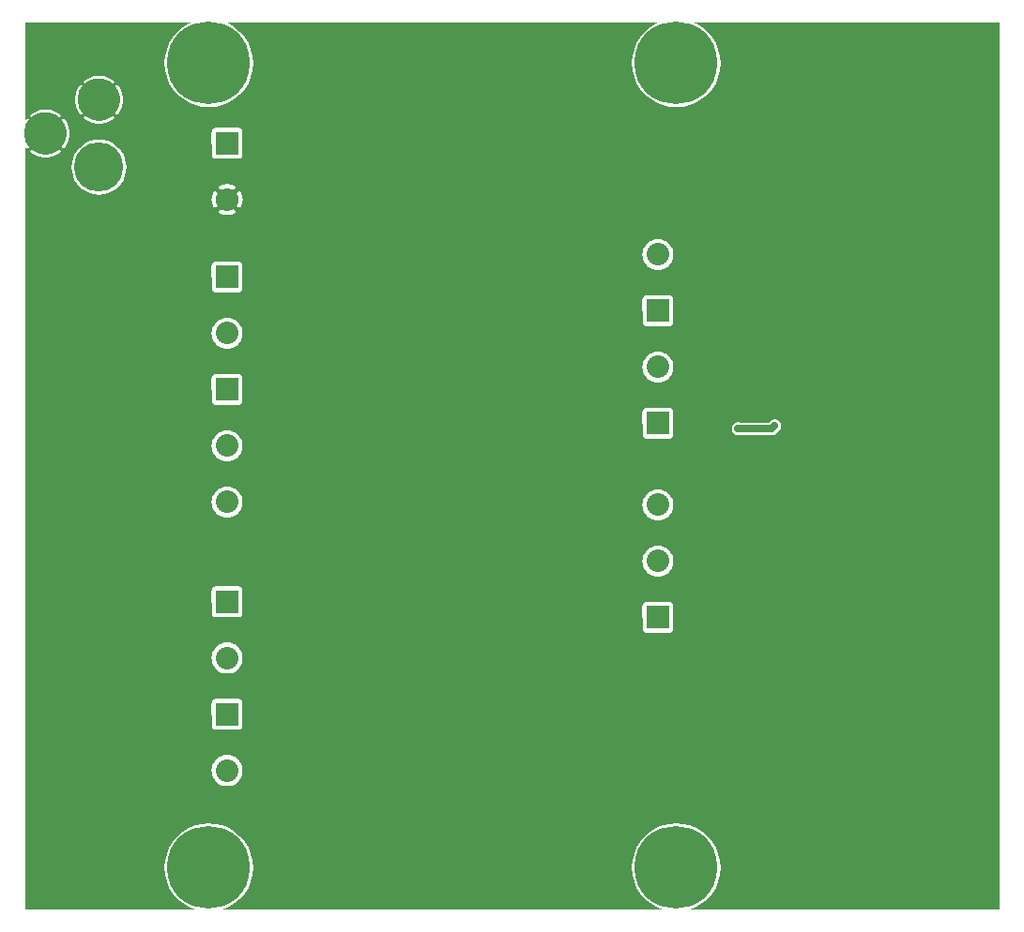
<source format=gbr>
G04 start of page 3 for group 1 idx 1 *
G04 Title: (unknown), solder *
G04 Creator: pcb 4.0.2 *
G04 CreationDate: Mon Feb 22 18:09:41 2021 UTC *
G04 For: ndholmes *
G04 Format: Gerber/RS-274X *
G04 PCB-Dimensions (mil): 3500.00 3200.00 *
G04 PCB-Coordinate-Origin: lower left *
%MOIN*%
%FSLAX25Y25*%
%LNBOTTOM*%
%ADD35C,0.1100*%
%ADD34C,0.1250*%
%ADD33C,0.1285*%
%ADD32C,0.0420*%
%ADD31C,0.0120*%
%ADD30C,0.0260*%
%ADD29C,0.1500*%
%ADD28C,0.1750*%
%ADD27C,0.2937*%
%ADD26C,0.0800*%
%ADD25C,0.0250*%
%ADD24C,0.0001*%
G54D24*G36*
X261496Y317500D02*X348000D01*
Y2000D01*
X261496D01*
Y170750D01*
X266912D01*
X267000Y170743D01*
X267353Y170771D01*
X267353Y170771D01*
X267697Y170854D01*
X268025Y170989D01*
X268327Y171174D01*
X268596Y171404D01*
X268653Y171471D01*
X269251Y172069D01*
X269356Y172134D01*
X269631Y172369D01*
X269866Y172644D01*
X270056Y172953D01*
X270194Y173287D01*
X270279Y173639D01*
X270300Y174000D01*
X270279Y174361D01*
X270194Y174713D01*
X270056Y175047D01*
X269866Y175356D01*
X269631Y175631D01*
X269356Y175866D01*
X269047Y176056D01*
X268713Y176194D01*
X268361Y176279D01*
X268000Y176307D01*
X267639Y176279D01*
X267287Y176194D01*
X266953Y176056D01*
X266644Y175866D01*
X266369Y175631D01*
X266134Y175356D01*
X266069Y175251D01*
X266068Y175250D01*
X261496D01*
Y317500D01*
G37*
G36*
X226500Y2716D02*X228138Y2038D01*
X228295Y2000D01*
X226500D01*
Y2716D01*
G37*
G36*
Y288716D02*X228138Y288038D01*
X230539Y287461D01*
X233000Y287268D01*
X235461Y287461D01*
X237862Y288038D01*
X240142Y288982D01*
X242247Y290272D01*
X244124Y291876D01*
X245728Y293753D01*
X247018Y295858D01*
X247962Y298138D01*
X248539Y300539D01*
X248684Y303000D01*
X248539Y305461D01*
X247962Y307862D01*
X247018Y310142D01*
X245728Y312247D01*
X244124Y314124D01*
X242247Y315728D01*
X240142Y317018D01*
X238978Y317500D01*
X261496D01*
Y175250D01*
X255480D01*
X255361Y175279D01*
X255000Y175307D01*
X254639Y175279D01*
X254287Y175194D01*
X253953Y175056D01*
X253644Y174866D01*
X253369Y174631D01*
X253134Y174356D01*
X252944Y174047D01*
X252806Y173713D01*
X252721Y173361D01*
X252693Y173000D01*
X252721Y172639D01*
X252806Y172287D01*
X252944Y171953D01*
X253134Y171644D01*
X253369Y171369D01*
X253644Y171134D01*
X253953Y170944D01*
X254287Y170806D01*
X254639Y170721D01*
X255000Y170693D01*
X255361Y170721D01*
X255480Y170750D01*
X261496D01*
Y2000D01*
X237705D01*
X237862Y2038D01*
X240142Y2982D01*
X242247Y4272D01*
X244124Y5876D01*
X245728Y7753D01*
X247018Y9858D01*
X247962Y12138D01*
X248539Y14539D01*
X248684Y17000D01*
X248539Y19461D01*
X247962Y21862D01*
X247018Y24142D01*
X245728Y26247D01*
X244124Y28124D01*
X242247Y29728D01*
X240142Y31018D01*
X237862Y31962D01*
X235461Y32539D01*
X233000Y32732D01*
X230539Y32539D01*
X228138Y31962D01*
X226500Y31284D01*
Y100507D01*
X230735Y100514D01*
X230965Y100569D01*
X231183Y100659D01*
X231384Y100783D01*
X231564Y100936D01*
X231717Y101116D01*
X231841Y101317D01*
X231931Y101535D01*
X231986Y101765D01*
X232000Y102000D01*
X231986Y110235D01*
X231931Y110465D01*
X231841Y110683D01*
X231717Y110884D01*
X231564Y111064D01*
X231384Y111217D01*
X231183Y111341D01*
X230965Y111431D01*
X230735Y111486D01*
X230500Y111500D01*
X226500Y111493D01*
Y120483D01*
X227363Y120551D01*
X228205Y120753D01*
X229005Y121084D01*
X229743Y121537D01*
X230401Y122099D01*
X230963Y122757D01*
X231416Y123495D01*
X231747Y124295D01*
X231949Y125137D01*
X232000Y126000D01*
X231949Y126863D01*
X231747Y127705D01*
X231416Y128505D01*
X230963Y129243D01*
X230401Y129901D01*
X229743Y130463D01*
X229005Y130916D01*
X228205Y131247D01*
X227363Y131449D01*
X226500Y131517D01*
Y140483D01*
X227363Y140551D01*
X228205Y140753D01*
X229005Y141084D01*
X229743Y141537D01*
X230401Y142099D01*
X230963Y142757D01*
X231416Y143495D01*
X231747Y144295D01*
X231949Y145137D01*
X232000Y146000D01*
X231949Y146863D01*
X231747Y147705D01*
X231416Y148505D01*
X230963Y149243D01*
X230401Y149901D01*
X229743Y150463D01*
X229005Y150916D01*
X228205Y151247D01*
X227363Y151449D01*
X226500Y151517D01*
Y169507D01*
X230735Y169514D01*
X230965Y169569D01*
X231183Y169659D01*
X231384Y169783D01*
X231564Y169936D01*
X231717Y170116D01*
X231841Y170317D01*
X231931Y170535D01*
X231986Y170765D01*
X232000Y171000D01*
X231986Y179235D01*
X231931Y179465D01*
X231841Y179683D01*
X231717Y179884D01*
X231564Y180064D01*
X231384Y180217D01*
X231183Y180341D01*
X230965Y180431D01*
X230735Y180486D01*
X230500Y180500D01*
X226500Y180493D01*
Y189483D01*
X227363Y189551D01*
X228205Y189753D01*
X229005Y190084D01*
X229743Y190537D01*
X230401Y191099D01*
X230963Y191757D01*
X231416Y192495D01*
X231747Y193295D01*
X231949Y194137D01*
X232000Y195000D01*
X231949Y195863D01*
X231747Y196705D01*
X231416Y197505D01*
X230963Y198243D01*
X230401Y198901D01*
X229743Y199463D01*
X229005Y199916D01*
X228205Y200247D01*
X227363Y200449D01*
X226500Y200517D01*
Y209507D01*
X230735Y209514D01*
X230965Y209569D01*
X231183Y209659D01*
X231384Y209783D01*
X231564Y209936D01*
X231717Y210116D01*
X231841Y210317D01*
X231931Y210535D01*
X231986Y210765D01*
X232000Y211000D01*
X231986Y219235D01*
X231931Y219465D01*
X231841Y219683D01*
X231717Y219884D01*
X231564Y220064D01*
X231384Y220217D01*
X231183Y220341D01*
X230965Y220431D01*
X230735Y220486D01*
X230500Y220500D01*
X226500Y220493D01*
Y229483D01*
X227363Y229551D01*
X228205Y229753D01*
X229005Y230084D01*
X229743Y230537D01*
X230401Y231099D01*
X230963Y231757D01*
X231416Y232495D01*
X231747Y233295D01*
X231949Y234137D01*
X232000Y235000D01*
X231949Y235863D01*
X231747Y236705D01*
X231416Y237505D01*
X230963Y238243D01*
X230401Y238901D01*
X229743Y239463D01*
X229005Y239916D01*
X228205Y240247D01*
X227363Y240449D01*
X226500Y240517D01*
Y288716D01*
G37*
G36*
Y317500D02*X227022D01*
X226500Y317284D01*
Y317500D01*
G37*
G36*
X77993D02*X226500D01*
Y317284D01*
X225858Y317018D01*
X223753Y315728D01*
X221876Y314124D01*
X220272Y312247D01*
X218982Y310142D01*
X218038Y307862D01*
X217461Y305461D01*
X217268Y303000D01*
X217461Y300539D01*
X218038Y298138D01*
X218982Y295858D01*
X220272Y293753D01*
X221876Y291876D01*
X223753Y290272D01*
X225858Y288982D01*
X226500Y288716D01*
Y240517D01*
X225637Y240449D01*
X224795Y240247D01*
X223995Y239916D01*
X223257Y239463D01*
X222599Y238901D01*
X222037Y238243D01*
X221584Y237505D01*
X221253Y236705D01*
X221051Y235863D01*
X220983Y235000D01*
X221051Y234137D01*
X221253Y233295D01*
X221584Y232495D01*
X222037Y231757D01*
X222599Y231099D01*
X223257Y230537D01*
X223995Y230084D01*
X224795Y229753D01*
X225637Y229551D01*
X226500Y229483D01*
Y220493D01*
X222265Y220486D01*
X222035Y220431D01*
X221817Y220341D01*
X221616Y220217D01*
X221436Y220064D01*
X221283Y219884D01*
X221159Y219683D01*
X221069Y219465D01*
X221014Y219235D01*
X221000Y219000D01*
X221014Y210765D01*
X221069Y210535D01*
X221159Y210317D01*
X221283Y210116D01*
X221436Y209936D01*
X221616Y209783D01*
X221817Y209659D01*
X222035Y209569D01*
X222265Y209514D01*
X222500Y209500D01*
X226500Y209507D01*
Y200517D01*
X225637Y200449D01*
X224795Y200247D01*
X223995Y199916D01*
X223257Y199463D01*
X222599Y198901D01*
X222037Y198243D01*
X221584Y197505D01*
X221253Y196705D01*
X221051Y195863D01*
X220983Y195000D01*
X221051Y194137D01*
X221253Y193295D01*
X221584Y192495D01*
X222037Y191757D01*
X222599Y191099D01*
X223257Y190537D01*
X223995Y190084D01*
X224795Y189753D01*
X225637Y189551D01*
X226500Y189483D01*
Y180493D01*
X222265Y180486D01*
X222035Y180431D01*
X221817Y180341D01*
X221616Y180217D01*
X221436Y180064D01*
X221283Y179884D01*
X221159Y179683D01*
X221069Y179465D01*
X221014Y179235D01*
X221000Y179000D01*
X221014Y170765D01*
X221069Y170535D01*
X221159Y170317D01*
X221283Y170116D01*
X221436Y169936D01*
X221616Y169783D01*
X221817Y169659D01*
X222035Y169569D01*
X222265Y169514D01*
X222500Y169500D01*
X226500Y169507D01*
Y151517D01*
X225637Y151449D01*
X224795Y151247D01*
X223995Y150916D01*
X223257Y150463D01*
X222599Y149901D01*
X222037Y149243D01*
X221584Y148505D01*
X221253Y147705D01*
X221051Y146863D01*
X220983Y146000D01*
X221051Y145137D01*
X221253Y144295D01*
X221584Y143495D01*
X222037Y142757D01*
X222599Y142099D01*
X223257Y141537D01*
X223995Y141084D01*
X224795Y140753D01*
X225637Y140551D01*
X226500Y140483D01*
Y131517D01*
X225637Y131449D01*
X224795Y131247D01*
X223995Y130916D01*
X223257Y130463D01*
X222599Y129901D01*
X222037Y129243D01*
X221584Y128505D01*
X221253Y127705D01*
X221051Y126863D01*
X220983Y126000D01*
X221051Y125137D01*
X221253Y124295D01*
X221584Y123495D01*
X222037Y122757D01*
X222599Y122099D01*
X223257Y121537D01*
X223995Y121084D01*
X224795Y120753D01*
X225637Y120551D01*
X226500Y120483D01*
Y111493D01*
X222265Y111486D01*
X222035Y111431D01*
X221817Y111341D01*
X221616Y111217D01*
X221436Y111064D01*
X221283Y110884D01*
X221159Y110683D01*
X221069Y110465D01*
X221014Y110235D01*
X221000Y110000D01*
X221014Y101765D01*
X221069Y101535D01*
X221159Y101317D01*
X221283Y101116D01*
X221436Y100936D01*
X221616Y100783D01*
X221817Y100659D01*
X222035Y100569D01*
X222265Y100514D01*
X222500Y100500D01*
X226500Y100507D01*
Y31284D01*
X225858Y31018D01*
X223753Y29728D01*
X221876Y28124D01*
X220272Y26247D01*
X218982Y24142D01*
X218038Y21862D01*
X217461Y19461D01*
X217268Y17000D01*
X217461Y14539D01*
X218038Y12138D01*
X218982Y9858D01*
X220272Y7753D01*
X221876Y5876D01*
X223753Y4272D01*
X225858Y2982D01*
X226500Y2716D01*
Y2000D01*
X77993D01*
Y5763D01*
X78124Y5876D01*
X79728Y7753D01*
X81018Y9858D01*
X81962Y12138D01*
X82539Y14539D01*
X82684Y17000D01*
X82539Y19461D01*
X81962Y21862D01*
X81018Y24142D01*
X79728Y26247D01*
X78124Y28124D01*
X77993Y28237D01*
Y48305D01*
X78416Y48995D01*
X78747Y49795D01*
X78949Y50637D01*
X79000Y51500D01*
X78949Y52363D01*
X78747Y53205D01*
X78416Y54005D01*
X77993Y54695D01*
Y66080D01*
X78183Y66159D01*
X78384Y66283D01*
X78564Y66436D01*
X78717Y66616D01*
X78841Y66817D01*
X78931Y67035D01*
X78986Y67265D01*
X79000Y67500D01*
X78986Y75735D01*
X78931Y75965D01*
X78841Y76183D01*
X78717Y76384D01*
X78564Y76564D01*
X78384Y76717D01*
X78183Y76841D01*
X77993Y76920D01*
Y88305D01*
X78416Y88995D01*
X78747Y89795D01*
X78949Y90637D01*
X79000Y91500D01*
X78949Y92363D01*
X78747Y93205D01*
X78416Y94005D01*
X77993Y94695D01*
Y106080D01*
X78183Y106159D01*
X78384Y106283D01*
X78564Y106436D01*
X78717Y106616D01*
X78841Y106817D01*
X78931Y107035D01*
X78986Y107265D01*
X79000Y107500D01*
X78986Y115735D01*
X78931Y115965D01*
X78841Y116183D01*
X78717Y116384D01*
X78564Y116564D01*
X78384Y116717D01*
X78183Y116841D01*
X77993Y116920D01*
Y143805D01*
X78416Y144495D01*
X78747Y145295D01*
X78949Y146137D01*
X79000Y147000D01*
X78949Y147863D01*
X78747Y148705D01*
X78416Y149505D01*
X77993Y150195D01*
Y163805D01*
X78416Y164495D01*
X78747Y165295D01*
X78949Y166137D01*
X79000Y167000D01*
X78949Y167863D01*
X78747Y168705D01*
X78416Y169505D01*
X77993Y170195D01*
Y181580D01*
X78183Y181659D01*
X78384Y181783D01*
X78564Y181936D01*
X78717Y182116D01*
X78841Y182317D01*
X78931Y182535D01*
X78986Y182765D01*
X79000Y183000D01*
X78986Y191235D01*
X78931Y191465D01*
X78841Y191683D01*
X78717Y191884D01*
X78564Y192064D01*
X78384Y192217D01*
X78183Y192341D01*
X77993Y192420D01*
Y203805D01*
X78416Y204495D01*
X78747Y205295D01*
X78949Y206137D01*
X79000Y207000D01*
X78949Y207863D01*
X78747Y208705D01*
X78416Y209505D01*
X77993Y210195D01*
Y221580D01*
X78183Y221659D01*
X78384Y221783D01*
X78564Y221936D01*
X78717Y222116D01*
X78841Y222317D01*
X78931Y222535D01*
X78986Y222765D01*
X79000Y223000D01*
X78986Y231235D01*
X78931Y231465D01*
X78841Y231683D01*
X78717Y231884D01*
X78564Y232064D01*
X78384Y232217D01*
X78183Y232341D01*
X77993Y232420D01*
Y251645D01*
X78078Y251681D01*
X78179Y251743D01*
X78269Y251819D01*
X78345Y251909D01*
X78405Y252011D01*
X78622Y252480D01*
X78789Y252969D01*
X78909Y253472D01*
X78982Y253984D01*
X79006Y254500D01*
X78982Y255016D01*
X78909Y255528D01*
X78789Y256031D01*
X78622Y256520D01*
X78410Y256992D01*
X78349Y257093D01*
X78272Y257184D01*
X78182Y257261D01*
X78080Y257323D01*
X77993Y257360D01*
Y269080D01*
X78183Y269159D01*
X78384Y269283D01*
X78564Y269436D01*
X78717Y269616D01*
X78841Y269817D01*
X78931Y270035D01*
X78986Y270265D01*
X79000Y270500D01*
X78986Y278735D01*
X78931Y278965D01*
X78841Y279183D01*
X78717Y279384D01*
X78564Y279564D01*
X78384Y279717D01*
X78183Y279841D01*
X77993Y279920D01*
Y291763D01*
X78124Y291876D01*
X79728Y293753D01*
X81018Y295858D01*
X81962Y298138D01*
X82539Y300539D01*
X82684Y303000D01*
X82539Y305461D01*
X81962Y307862D01*
X81018Y310142D01*
X79728Y312247D01*
X78124Y314124D01*
X77993Y314237D01*
Y317500D01*
G37*
G36*
Y279920D02*X77965Y279931D01*
X77735Y279986D01*
X77500Y280000D01*
X73500Y279993D01*
Y288716D01*
X74142Y288982D01*
X76247Y290272D01*
X77993Y291763D01*
Y279920D01*
G37*
G36*
Y232420D02*X77965Y232431D01*
X77735Y232486D01*
X77500Y232500D01*
X73500Y232493D01*
Y248994D01*
X74016Y249018D01*
X74528Y249091D01*
X75031Y249211D01*
X75520Y249378D01*
X75992Y249590D01*
X76093Y249651D01*
X76184Y249728D01*
X76261Y249818D01*
X76323Y249920D01*
X76369Y250029D01*
X76397Y250145D01*
X76406Y250263D01*
X76397Y250381D01*
X76370Y250497D01*
X76324Y250607D01*
X76262Y250708D01*
X76186Y250798D01*
X76095Y250876D01*
X75994Y250938D01*
X75885Y250984D01*
X75769Y251011D01*
X75651Y251021D01*
X75532Y251012D01*
X75417Y250984D01*
X75308Y250937D01*
X74968Y250779D01*
X74612Y250658D01*
X74247Y250570D01*
X73875Y250518D01*
X73500Y250500D01*
Y258500D01*
X73875Y258482D01*
X74247Y258430D01*
X74612Y258342D01*
X74968Y258221D01*
X75310Y258067D01*
X75418Y258020D01*
X75533Y257993D01*
X75651Y257983D01*
X75768Y257993D01*
X75883Y258021D01*
X75992Y258066D01*
X76093Y258128D01*
X76182Y258205D01*
X76259Y258295D01*
X76320Y258395D01*
X76365Y258504D01*
X76393Y258619D01*
X76402Y258737D01*
X76392Y258855D01*
X76365Y258969D01*
X76319Y259078D01*
X76257Y259179D01*
X76181Y259269D01*
X76091Y259345D01*
X75989Y259405D01*
X75520Y259622D01*
X75031Y259789D01*
X74528Y259909D01*
X74016Y259982D01*
X73500Y260006D01*
Y269007D01*
X77735Y269014D01*
X77965Y269069D01*
X77993Y269080D01*
Y257360D01*
X77971Y257369D01*
X77855Y257397D01*
X77737Y257406D01*
X77619Y257397D01*
X77503Y257370D01*
X77393Y257324D01*
X77292Y257262D01*
X77202Y257186D01*
X77124Y257095D01*
X77062Y256994D01*
X77016Y256885D01*
X76989Y256769D01*
X76979Y256651D01*
X76988Y256532D01*
X77016Y256417D01*
X77063Y256308D01*
X77221Y255968D01*
X77342Y255612D01*
X77430Y255247D01*
X77482Y254875D01*
X77500Y254500D01*
X77482Y254125D01*
X77430Y253753D01*
X77342Y253388D01*
X77221Y253032D01*
X77067Y252690D01*
X77020Y252582D01*
X76993Y252467D01*
X76983Y252349D01*
X76993Y252232D01*
X77021Y252117D01*
X77066Y252008D01*
X77128Y251907D01*
X77205Y251818D01*
X77295Y251741D01*
X77395Y251680D01*
X77504Y251635D01*
X77619Y251607D01*
X77737Y251598D01*
X77855Y251608D01*
X77969Y251635D01*
X77993Y251645D01*
Y232420D01*
G37*
G36*
Y210195D02*X77963Y210243D01*
X77401Y210901D01*
X76743Y211463D01*
X76005Y211916D01*
X75205Y212247D01*
X74363Y212449D01*
X73500Y212517D01*
Y221507D01*
X77735Y221514D01*
X77965Y221569D01*
X77993Y221580D01*
Y210195D01*
G37*
G36*
Y192420D02*X77965Y192431D01*
X77735Y192486D01*
X77500Y192500D01*
X73500Y192493D01*
Y201483D01*
X74363Y201551D01*
X75205Y201753D01*
X76005Y202084D01*
X76743Y202537D01*
X77401Y203099D01*
X77963Y203757D01*
X77993Y203805D01*
Y192420D01*
G37*
G36*
Y170195D02*X77963Y170243D01*
X77401Y170901D01*
X76743Y171463D01*
X76005Y171916D01*
X75205Y172247D01*
X74363Y172449D01*
X73500Y172517D01*
Y181507D01*
X77735Y181514D01*
X77965Y181569D01*
X77993Y181580D01*
Y170195D01*
G37*
G36*
Y150195D02*X77963Y150243D01*
X77401Y150901D01*
X76743Y151463D01*
X76005Y151916D01*
X75205Y152247D01*
X74363Y152449D01*
X73500Y152517D01*
Y161483D01*
X74363Y161551D01*
X75205Y161753D01*
X76005Y162084D01*
X76743Y162537D01*
X77401Y163099D01*
X77963Y163757D01*
X77993Y163805D01*
Y150195D01*
G37*
G36*
Y116920D02*X77965Y116931D01*
X77735Y116986D01*
X77500Y117000D01*
X73500Y116993D01*
Y141483D01*
X74363Y141551D01*
X75205Y141753D01*
X76005Y142084D01*
X76743Y142537D01*
X77401Y143099D01*
X77963Y143757D01*
X77993Y143805D01*
Y116920D01*
G37*
G36*
Y94695D02*X77963Y94743D01*
X77401Y95401D01*
X76743Y95963D01*
X76005Y96416D01*
X75205Y96747D01*
X74363Y96949D01*
X73500Y97017D01*
Y106007D01*
X77735Y106014D01*
X77965Y106069D01*
X77993Y106080D01*
Y94695D01*
G37*
G36*
Y76920D02*X77965Y76931D01*
X77735Y76986D01*
X77500Y77000D01*
X73500Y76993D01*
Y85983D01*
X74363Y86051D01*
X75205Y86253D01*
X76005Y86584D01*
X76743Y87037D01*
X77401Y87599D01*
X77963Y88257D01*
X77993Y88305D01*
Y76920D01*
G37*
G36*
Y54695D02*X77963Y54743D01*
X77401Y55401D01*
X76743Y55963D01*
X76005Y56416D01*
X75205Y56747D01*
X74363Y56949D01*
X73500Y57017D01*
Y66007D01*
X77735Y66014D01*
X77965Y66069D01*
X77993Y66080D01*
Y54695D01*
G37*
G36*
Y28237D02*X76247Y29728D01*
X74142Y31018D01*
X73500Y31284D01*
Y45983D01*
X74363Y46051D01*
X75205Y46253D01*
X76005Y46584D01*
X76743Y47037D01*
X77401Y47599D01*
X77963Y48257D01*
X77993Y48305D01*
Y28237D01*
G37*
G36*
Y2000D02*X73500D01*
Y2716D01*
X74142Y2982D01*
X76247Y4272D01*
X77993Y5763D01*
Y2000D01*
G37*
G36*
X73500Y317500D02*X77993D01*
Y314237D01*
X76247Y315728D01*
X74142Y317018D01*
X73500Y317284D01*
Y317500D01*
G37*
G36*
X69007Y66080D02*X69035Y66069D01*
X69265Y66014D01*
X69500Y66000D01*
X73500Y66007D01*
Y57017D01*
X72637Y56949D01*
X71795Y56747D01*
X70995Y56416D01*
X70257Y55963D01*
X69599Y55401D01*
X69037Y54743D01*
X69007Y54695D01*
Y66080D01*
G37*
G36*
Y88305D02*X69037Y88257D01*
X69599Y87599D01*
X70257Y87037D01*
X70995Y86584D01*
X71795Y86253D01*
X72637Y86051D01*
X73500Y85983D01*
Y76993D01*
X69265Y76986D01*
X69035Y76931D01*
X69007Y76920D01*
Y88305D01*
G37*
G36*
Y106080D02*X69035Y106069D01*
X69265Y106014D01*
X69500Y106000D01*
X73500Y106007D01*
Y97017D01*
X72637Y96949D01*
X71795Y96747D01*
X70995Y96416D01*
X70257Y95963D01*
X69599Y95401D01*
X69037Y94743D01*
X69007Y94695D01*
Y106080D01*
G37*
G36*
Y143805D02*X69037Y143757D01*
X69599Y143099D01*
X70257Y142537D01*
X70995Y142084D01*
X71795Y141753D01*
X72637Y141551D01*
X73500Y141483D01*
Y116993D01*
X69265Y116986D01*
X69035Y116931D01*
X69007Y116920D01*
Y143805D01*
G37*
G36*
Y163805D02*X69037Y163757D01*
X69599Y163099D01*
X70257Y162537D01*
X70995Y162084D01*
X71795Y161753D01*
X72637Y161551D01*
X73500Y161483D01*
Y152517D01*
X72637Y152449D01*
X71795Y152247D01*
X70995Y151916D01*
X70257Y151463D01*
X69599Y150901D01*
X69037Y150243D01*
X69007Y150195D01*
Y163805D01*
G37*
G36*
Y181580D02*X69035Y181569D01*
X69265Y181514D01*
X69500Y181500D01*
X73500Y181507D01*
Y172517D01*
X72637Y172449D01*
X71795Y172247D01*
X70995Y171916D01*
X70257Y171463D01*
X69599Y170901D01*
X69037Y170243D01*
X69007Y170195D01*
Y181580D01*
G37*
G36*
Y203805D02*X69037Y203757D01*
X69599Y203099D01*
X70257Y202537D01*
X70995Y202084D01*
X71795Y201753D01*
X72637Y201551D01*
X73500Y201483D01*
Y192493D01*
X69265Y192486D01*
X69035Y192431D01*
X69007Y192420D01*
Y203805D01*
G37*
G36*
Y221580D02*X69035Y221569D01*
X69265Y221514D01*
X69500Y221500D01*
X73500Y221507D01*
Y212517D01*
X72637Y212449D01*
X71795Y212247D01*
X70995Y211916D01*
X70257Y211463D01*
X69599Y210901D01*
X69037Y210243D01*
X69007Y210195D01*
Y221580D01*
G37*
G36*
Y269080D02*X69035Y269069D01*
X69265Y269014D01*
X69500Y269000D01*
X73500Y269007D01*
Y260006D01*
X73500D01*
X72984Y259982D01*
X72472Y259909D01*
X71969Y259789D01*
X71480Y259622D01*
X71008Y259410D01*
X70907Y259349D01*
X70816Y259272D01*
X70739Y259182D01*
X70677Y259080D01*
X70631Y258971D01*
X70603Y258855D01*
X70594Y258737D01*
X70603Y258619D01*
X70630Y258503D01*
X70676Y258393D01*
X70738Y258292D01*
X70814Y258202D01*
X70905Y258124D01*
X71006Y258062D01*
X71115Y258016D01*
X71231Y257989D01*
X71349Y257979D01*
X71468Y257988D01*
X71583Y258016D01*
X71692Y258063D01*
X72032Y258221D01*
X72388Y258342D01*
X72753Y258430D01*
X73125Y258482D01*
X73500Y258500D01*
Y250500D01*
X73125Y250518D01*
X72753Y250570D01*
X72388Y250658D01*
X72032Y250779D01*
X71690Y250933D01*
X71582Y250980D01*
X71467Y251007D01*
X71349Y251017D01*
X71232Y251007D01*
X71117Y250979D01*
X71008Y250934D01*
X70907Y250872D01*
X70818Y250795D01*
X70741Y250705D01*
X70680Y250605D01*
X70635Y250496D01*
X70607Y250381D01*
X70598Y250263D01*
X70608Y250145D01*
X70635Y250031D01*
X70681Y249922D01*
X70743Y249821D01*
X70819Y249731D01*
X70909Y249655D01*
X71011Y249595D01*
X71480Y249378D01*
X71969Y249211D01*
X72472Y249091D01*
X72984Y249018D01*
X73500Y248994D01*
Y232493D01*
X69265Y232486D01*
X69035Y232431D01*
X69007Y232420D01*
Y251640D01*
X69029Y251631D01*
X69145Y251603D01*
X69263Y251594D01*
X69381Y251603D01*
X69497Y251630D01*
X69607Y251676D01*
X69708Y251738D01*
X69798Y251814D01*
X69876Y251905D01*
X69938Y252006D01*
X69984Y252115D01*
X70011Y252231D01*
X70021Y252349D01*
X70012Y252468D01*
X69984Y252583D01*
X69937Y252692D01*
X69779Y253032D01*
X69658Y253388D01*
X69570Y253753D01*
X69518Y254125D01*
X69500Y254500D01*
X69518Y254875D01*
X69570Y255247D01*
X69658Y255612D01*
X69779Y255968D01*
X69933Y256310D01*
X69980Y256418D01*
X70007Y256533D01*
X70017Y256651D01*
X70007Y256768D01*
X69979Y256883D01*
X69934Y256992D01*
X69872Y257093D01*
X69795Y257182D01*
X69705Y257259D01*
X69605Y257320D01*
X69496Y257365D01*
X69381Y257393D01*
X69263Y257402D01*
X69145Y257392D01*
X69031Y257365D01*
X69007Y257355D01*
Y269080D01*
G37*
G36*
Y287426D02*X69461Y287461D01*
X71862Y288038D01*
X73500Y288716D01*
Y279993D01*
X69265Y279986D01*
X69035Y279931D01*
X69007Y279920D01*
Y287426D01*
G37*
G36*
X73500Y31284D02*X71862Y31962D01*
X69461Y32539D01*
X69007Y32574D01*
Y48305D01*
X69037Y48257D01*
X69599Y47599D01*
X70257Y47037D01*
X70995Y46584D01*
X71795Y46253D01*
X72637Y46051D01*
X73500Y45983D01*
Y31284D01*
G37*
G36*
X69007Y32574D02*X67000Y32732D01*
X64539Y32539D01*
X62138Y31962D01*
X59858Y31018D01*
X57753Y29728D01*
X55876Y28124D01*
X54272Y26247D01*
X52982Y24142D01*
X52500Y22978D01*
Y297022D01*
X52982Y295858D01*
X54272Y293753D01*
X55876Y291876D01*
X57753Y290272D01*
X59858Y288982D01*
X62138Y288038D01*
X64539Y287461D01*
X67000Y287268D01*
X69007Y287426D01*
Y279920D01*
X68817Y279841D01*
X68616Y279717D01*
X68436Y279564D01*
X68283Y279384D01*
X68159Y279183D01*
X68069Y278965D01*
X68014Y278735D01*
X68000Y278500D01*
X68014Y270265D01*
X68069Y270035D01*
X68159Y269817D01*
X68283Y269616D01*
X68436Y269436D01*
X68616Y269283D01*
X68817Y269159D01*
X69007Y269080D01*
Y257355D01*
X68922Y257319D01*
X68821Y257257D01*
X68731Y257181D01*
X68655Y257091D01*
X68595Y256989D01*
X68378Y256520D01*
X68211Y256031D01*
X68091Y255528D01*
X68018Y255016D01*
X67994Y254500D01*
X68018Y253984D01*
X68091Y253472D01*
X68211Y252969D01*
X68378Y252480D01*
X68590Y252008D01*
X68651Y251907D01*
X68728Y251816D01*
X68818Y251739D01*
X68920Y251677D01*
X69007Y251640D01*
Y232420D01*
X68817Y232341D01*
X68616Y232217D01*
X68436Y232064D01*
X68283Y231884D01*
X68159Y231683D01*
X68069Y231465D01*
X68014Y231235D01*
X68000Y231000D01*
X68014Y222765D01*
X68069Y222535D01*
X68159Y222317D01*
X68283Y222116D01*
X68436Y221936D01*
X68616Y221783D01*
X68817Y221659D01*
X69007Y221580D01*
Y210195D01*
X68584Y209505D01*
X68253Y208705D01*
X68051Y207863D01*
X67983Y207000D01*
X68051Y206137D01*
X68253Y205295D01*
X68584Y204495D01*
X69007Y203805D01*
Y192420D01*
X68817Y192341D01*
X68616Y192217D01*
X68436Y192064D01*
X68283Y191884D01*
X68159Y191683D01*
X68069Y191465D01*
X68014Y191235D01*
X68000Y191000D01*
X68014Y182765D01*
X68069Y182535D01*
X68159Y182317D01*
X68283Y182116D01*
X68436Y181936D01*
X68616Y181783D01*
X68817Y181659D01*
X69007Y181580D01*
Y170195D01*
X68584Y169505D01*
X68253Y168705D01*
X68051Y167863D01*
X67983Y167000D01*
X68051Y166137D01*
X68253Y165295D01*
X68584Y164495D01*
X69007Y163805D01*
Y150195D01*
X68584Y149505D01*
X68253Y148705D01*
X68051Y147863D01*
X67983Y147000D01*
X68051Y146137D01*
X68253Y145295D01*
X68584Y144495D01*
X69007Y143805D01*
Y116920D01*
X68817Y116841D01*
X68616Y116717D01*
X68436Y116564D01*
X68283Y116384D01*
X68159Y116183D01*
X68069Y115965D01*
X68014Y115735D01*
X68000Y115500D01*
X68014Y107265D01*
X68069Y107035D01*
X68159Y106817D01*
X68283Y106616D01*
X68436Y106436D01*
X68616Y106283D01*
X68817Y106159D01*
X69007Y106080D01*
Y94695D01*
X68584Y94005D01*
X68253Y93205D01*
X68051Y92363D01*
X67983Y91500D01*
X68051Y90637D01*
X68253Y89795D01*
X68584Y88995D01*
X69007Y88305D01*
Y76920D01*
X68817Y76841D01*
X68616Y76717D01*
X68436Y76564D01*
X68283Y76384D01*
X68159Y76183D01*
X68069Y75965D01*
X68014Y75735D01*
X68000Y75500D01*
X68014Y67265D01*
X68069Y67035D01*
X68159Y66817D01*
X68283Y66616D01*
X68436Y66436D01*
X68616Y66283D01*
X68817Y66159D01*
X69007Y66080D01*
Y54695D01*
X68584Y54005D01*
X68253Y53205D01*
X68051Y52363D01*
X67983Y51500D01*
X68051Y50637D01*
X68253Y49795D01*
X68584Y48995D01*
X69007Y48305D01*
Y32574D01*
G37*
G36*
X73500Y2000D02*X71705D01*
X71862Y2038D01*
X73500Y2716D01*
Y2000D01*
G37*
G36*
X72978Y317500D02*X73500D01*
Y317284D01*
X72978Y317500D01*
G37*
G36*
X77993Y291763D02*X78124Y291876D01*
X79500Y293486D01*
Y26514D01*
X78124Y28124D01*
X77993Y28237D01*
Y48305D01*
X78416Y48995D01*
X78747Y49795D01*
X78949Y50637D01*
X79000Y51500D01*
X78949Y52363D01*
X78747Y53205D01*
X78416Y54005D01*
X77993Y54695D01*
Y66080D01*
X78183Y66159D01*
X78384Y66283D01*
X78564Y66436D01*
X78717Y66616D01*
X78841Y66817D01*
X78931Y67035D01*
X78986Y67265D01*
X79000Y67500D01*
X78986Y75735D01*
X78931Y75965D01*
X78841Y76183D01*
X78717Y76384D01*
X78564Y76564D01*
X78384Y76717D01*
X78183Y76841D01*
X77993Y76920D01*
Y88305D01*
X78416Y88995D01*
X78747Y89795D01*
X78949Y90637D01*
X79000Y91500D01*
X78949Y92363D01*
X78747Y93205D01*
X78416Y94005D01*
X77993Y94695D01*
Y106080D01*
X78183Y106159D01*
X78384Y106283D01*
X78564Y106436D01*
X78717Y106616D01*
X78841Y106817D01*
X78931Y107035D01*
X78986Y107265D01*
X79000Y107500D01*
X78986Y115735D01*
X78931Y115965D01*
X78841Y116183D01*
X78717Y116384D01*
X78564Y116564D01*
X78384Y116717D01*
X78183Y116841D01*
X77993Y116920D01*
Y143805D01*
X78416Y144495D01*
X78747Y145295D01*
X78949Y146137D01*
X79000Y147000D01*
X78949Y147863D01*
X78747Y148705D01*
X78416Y149505D01*
X77993Y150195D01*
Y163805D01*
X78416Y164495D01*
X78747Y165295D01*
X78949Y166137D01*
X79000Y167000D01*
X78949Y167863D01*
X78747Y168705D01*
X78416Y169505D01*
X77993Y170195D01*
Y181580D01*
X78183Y181659D01*
X78384Y181783D01*
X78564Y181936D01*
X78717Y182116D01*
X78841Y182317D01*
X78931Y182535D01*
X78986Y182765D01*
X79000Y183000D01*
X78986Y191235D01*
X78931Y191465D01*
X78841Y191683D01*
X78717Y191884D01*
X78564Y192064D01*
X78384Y192217D01*
X78183Y192341D01*
X77993Y192420D01*
Y203805D01*
X78416Y204495D01*
X78747Y205295D01*
X78949Y206137D01*
X79000Y207000D01*
X78949Y207863D01*
X78747Y208705D01*
X78416Y209505D01*
X77993Y210195D01*
Y221580D01*
X78183Y221659D01*
X78384Y221783D01*
X78564Y221936D01*
X78717Y222116D01*
X78841Y222317D01*
X78931Y222535D01*
X78986Y222765D01*
X79000Y223000D01*
X78986Y231235D01*
X78931Y231465D01*
X78841Y231683D01*
X78717Y231884D01*
X78564Y232064D01*
X78384Y232217D01*
X78183Y232341D01*
X77993Y232420D01*
Y251645D01*
X78078Y251681D01*
X78179Y251743D01*
X78269Y251819D01*
X78345Y251909D01*
X78405Y252011D01*
X78622Y252480D01*
X78789Y252969D01*
X78909Y253472D01*
X78982Y253984D01*
X79006Y254500D01*
X78982Y255016D01*
X78909Y255528D01*
X78789Y256031D01*
X78622Y256520D01*
X78410Y256992D01*
X78349Y257093D01*
X78272Y257184D01*
X78182Y257261D01*
X78080Y257323D01*
X77993Y257360D01*
Y269080D01*
X78183Y269159D01*
X78384Y269283D01*
X78564Y269436D01*
X78717Y269616D01*
X78841Y269817D01*
X78931Y270035D01*
X78986Y270265D01*
X79000Y270500D01*
X78986Y278735D01*
X78931Y278965D01*
X78841Y279183D01*
X78717Y279384D01*
X78564Y279564D01*
X78384Y279717D01*
X78183Y279841D01*
X77993Y279920D01*
Y291763D01*
G37*
G36*
Y232420D02*X77965Y232431D01*
X77735Y232486D01*
X77500Y232500D01*
X73500Y232493D01*
Y248994D01*
X74016Y249018D01*
X74528Y249091D01*
X75031Y249211D01*
X75520Y249378D01*
X75992Y249590D01*
X76093Y249651D01*
X76184Y249728D01*
X76261Y249818D01*
X76323Y249920D01*
X76369Y250029D01*
X76397Y250145D01*
X76406Y250263D01*
X76397Y250381D01*
X76370Y250497D01*
X76324Y250607D01*
X76262Y250708D01*
X76186Y250798D01*
X76095Y250876D01*
X75994Y250938D01*
X75885Y250984D01*
X75769Y251011D01*
X75651Y251021D01*
X75532Y251012D01*
X75417Y250984D01*
X75308Y250937D01*
X74968Y250779D01*
X74612Y250658D01*
X74247Y250570D01*
X73875Y250518D01*
X73500Y250500D01*
Y258500D01*
X73875Y258482D01*
X74247Y258430D01*
X74612Y258342D01*
X74968Y258221D01*
X75310Y258067D01*
X75418Y258020D01*
X75533Y257993D01*
X75651Y257983D01*
X75768Y257993D01*
X75883Y258021D01*
X75992Y258066D01*
X76093Y258128D01*
X76182Y258205D01*
X76259Y258295D01*
X76320Y258395D01*
X76365Y258504D01*
X76393Y258619D01*
X76402Y258737D01*
X76392Y258855D01*
X76365Y258969D01*
X76319Y259078D01*
X76257Y259179D01*
X76181Y259269D01*
X76091Y259345D01*
X75989Y259405D01*
X75520Y259622D01*
X75031Y259789D01*
X74528Y259909D01*
X74016Y259982D01*
X73500Y260006D01*
Y269007D01*
X77735Y269014D01*
X77965Y269069D01*
X77993Y269080D01*
Y257360D01*
X77971Y257369D01*
X77855Y257397D01*
X77737Y257406D01*
X77619Y257397D01*
X77503Y257370D01*
X77393Y257324D01*
X77292Y257262D01*
X77202Y257186D01*
X77124Y257095D01*
X77062Y256994D01*
X77016Y256885D01*
X76989Y256769D01*
X76979Y256651D01*
X76988Y256532D01*
X77016Y256417D01*
X77063Y256308D01*
X77221Y255968D01*
X77342Y255612D01*
X77430Y255247D01*
X77482Y254875D01*
X77500Y254500D01*
X77482Y254125D01*
X77430Y253753D01*
X77342Y253388D01*
X77221Y253032D01*
X77067Y252690D01*
X77020Y252582D01*
X76993Y252467D01*
X76983Y252349D01*
X76993Y252232D01*
X77021Y252117D01*
X77066Y252008D01*
X77128Y251907D01*
X77205Y251818D01*
X77295Y251741D01*
X77395Y251680D01*
X77504Y251635D01*
X77619Y251607D01*
X77737Y251598D01*
X77855Y251608D01*
X77969Y251635D01*
X77993Y251645D01*
Y232420D01*
G37*
G36*
Y210195D02*X77963Y210243D01*
X77401Y210901D01*
X76743Y211463D01*
X76005Y211916D01*
X75205Y212247D01*
X74363Y212449D01*
X73500Y212517D01*
Y221507D01*
X77735Y221514D01*
X77965Y221569D01*
X77993Y221580D01*
Y210195D01*
G37*
G36*
Y192420D02*X77965Y192431D01*
X77735Y192486D01*
X77500Y192500D01*
X73500Y192493D01*
Y201483D01*
X74363Y201551D01*
X75205Y201753D01*
X76005Y202084D01*
X76743Y202537D01*
X77401Y203099D01*
X77963Y203757D01*
X77993Y203805D01*
Y192420D01*
G37*
G36*
Y170195D02*X77963Y170243D01*
X77401Y170901D01*
X76743Y171463D01*
X76005Y171916D01*
X75205Y172247D01*
X74363Y172449D01*
X73500Y172517D01*
Y181507D01*
X77735Y181514D01*
X77965Y181569D01*
X77993Y181580D01*
Y170195D01*
G37*
G36*
Y150195D02*X77963Y150243D01*
X77401Y150901D01*
X76743Y151463D01*
X76005Y151916D01*
X75205Y152247D01*
X74363Y152449D01*
X73500Y152517D01*
Y161483D01*
X74363Y161551D01*
X75205Y161753D01*
X76005Y162084D01*
X76743Y162537D01*
X77401Y163099D01*
X77963Y163757D01*
X77993Y163805D01*
Y150195D01*
G37*
G36*
Y116920D02*X77965Y116931D01*
X77735Y116986D01*
X77500Y117000D01*
X73500Y116993D01*
Y141483D01*
X74363Y141551D01*
X75205Y141753D01*
X76005Y142084D01*
X76743Y142537D01*
X77401Y143099D01*
X77963Y143757D01*
X77993Y143805D01*
Y116920D01*
G37*
G36*
Y94695D02*X77963Y94743D01*
X77401Y95401D01*
X76743Y95963D01*
X76005Y96416D01*
X75205Y96747D01*
X74363Y96949D01*
X73500Y97017D01*
Y106007D01*
X77735Y106014D01*
X77965Y106069D01*
X77993Y106080D01*
Y94695D01*
G37*
G36*
Y76920D02*X77965Y76931D01*
X77735Y76986D01*
X77500Y77000D01*
X73500Y76993D01*
Y85983D01*
X74363Y86051D01*
X75205Y86253D01*
X76005Y86584D01*
X76743Y87037D01*
X77401Y87599D01*
X77963Y88257D01*
X77993Y88305D01*
Y76920D01*
G37*
G36*
Y54695D02*X77963Y54743D01*
X77401Y55401D01*
X76743Y55963D01*
X76005Y56416D01*
X75205Y56747D01*
X74363Y56949D01*
X73500Y57017D01*
Y66007D01*
X77735Y66014D01*
X77965Y66069D01*
X77993Y66080D01*
Y54695D01*
G37*
G36*
Y28237D02*X76247Y29728D01*
X74142Y31018D01*
X73500Y31284D01*
Y45983D01*
X74363Y46051D01*
X75205Y46253D01*
X76005Y46584D01*
X76743Y47037D01*
X77401Y47599D01*
X77963Y48257D01*
X77993Y48305D01*
Y28237D01*
G37*
G36*
X73500Y288716D02*X74142Y288982D01*
X76247Y290272D01*
X77993Y291763D01*
Y279920D01*
X77965Y279931D01*
X77735Y279986D01*
X77500Y280000D01*
X73500Y279993D01*
Y288716D01*
G37*
G36*
X69007Y48305D02*X69037Y48257D01*
X69599Y47599D01*
X70257Y47037D01*
X70995Y46584D01*
X71795Y46253D01*
X72637Y46051D01*
X73500Y45983D01*
Y31284D01*
X71862Y31962D01*
X69461Y32539D01*
X69007Y32574D01*
Y48305D01*
G37*
G36*
Y66080D02*X69035Y66069D01*
X69265Y66014D01*
X69500Y66000D01*
X73500Y66007D01*
Y57017D01*
X72637Y56949D01*
X71795Y56747D01*
X70995Y56416D01*
X70257Y55963D01*
X69599Y55401D01*
X69037Y54743D01*
X69007Y54695D01*
Y66080D01*
G37*
G36*
Y88305D02*X69037Y88257D01*
X69599Y87599D01*
X70257Y87037D01*
X70995Y86584D01*
X71795Y86253D01*
X72637Y86051D01*
X73500Y85983D01*
Y76993D01*
X69265Y76986D01*
X69035Y76931D01*
X69007Y76920D01*
Y88305D01*
G37*
G36*
Y106080D02*X69035Y106069D01*
X69265Y106014D01*
X69500Y106000D01*
X73500Y106007D01*
Y97017D01*
X72637Y96949D01*
X71795Y96747D01*
X70995Y96416D01*
X70257Y95963D01*
X69599Y95401D01*
X69037Y94743D01*
X69007Y94695D01*
Y106080D01*
G37*
G36*
Y143805D02*X69037Y143757D01*
X69599Y143099D01*
X70257Y142537D01*
X70995Y142084D01*
X71795Y141753D01*
X72637Y141551D01*
X73500Y141483D01*
Y116993D01*
X69265Y116986D01*
X69035Y116931D01*
X69007Y116920D01*
Y143805D01*
G37*
G36*
Y163805D02*X69037Y163757D01*
X69599Y163099D01*
X70257Y162537D01*
X70995Y162084D01*
X71795Y161753D01*
X72637Y161551D01*
X73500Y161483D01*
Y152517D01*
X72637Y152449D01*
X71795Y152247D01*
X70995Y151916D01*
X70257Y151463D01*
X69599Y150901D01*
X69037Y150243D01*
X69007Y150195D01*
Y163805D01*
G37*
G36*
Y181580D02*X69035Y181569D01*
X69265Y181514D01*
X69500Y181500D01*
X73500Y181507D01*
Y172517D01*
X72637Y172449D01*
X71795Y172247D01*
X70995Y171916D01*
X70257Y171463D01*
X69599Y170901D01*
X69037Y170243D01*
X69007Y170195D01*
Y181580D01*
G37*
G36*
Y203805D02*X69037Y203757D01*
X69599Y203099D01*
X70257Y202537D01*
X70995Y202084D01*
X71795Y201753D01*
X72637Y201551D01*
X73500Y201483D01*
Y192493D01*
X69265Y192486D01*
X69035Y192431D01*
X69007Y192420D01*
Y203805D01*
G37*
G36*
Y221580D02*X69035Y221569D01*
X69265Y221514D01*
X69500Y221500D01*
X73500Y221507D01*
Y212517D01*
X72637Y212449D01*
X71795Y212247D01*
X70995Y211916D01*
X70257Y211463D01*
X69599Y210901D01*
X69037Y210243D01*
X69007Y210195D01*
Y221580D01*
G37*
G36*
Y269080D02*X69035Y269069D01*
X69265Y269014D01*
X69500Y269000D01*
X73500Y269007D01*
Y260006D01*
X73500D01*
X72984Y259982D01*
X72472Y259909D01*
X71969Y259789D01*
X71480Y259622D01*
X71008Y259410D01*
X70907Y259349D01*
X70816Y259272D01*
X70739Y259182D01*
X70677Y259080D01*
X70631Y258971D01*
X70603Y258855D01*
X70594Y258737D01*
X70603Y258619D01*
X70630Y258503D01*
X70676Y258393D01*
X70738Y258292D01*
X70814Y258202D01*
X70905Y258124D01*
X71006Y258062D01*
X71115Y258016D01*
X71231Y257989D01*
X71349Y257979D01*
X71468Y257988D01*
X71583Y258016D01*
X71692Y258063D01*
X72032Y258221D01*
X72388Y258342D01*
X72753Y258430D01*
X73125Y258482D01*
X73500Y258500D01*
Y250500D01*
X73125Y250518D01*
X72753Y250570D01*
X72388Y250658D01*
X72032Y250779D01*
X71690Y250933D01*
X71582Y250980D01*
X71467Y251007D01*
X71349Y251017D01*
X71232Y251007D01*
X71117Y250979D01*
X71008Y250934D01*
X70907Y250872D01*
X70818Y250795D01*
X70741Y250705D01*
X70680Y250605D01*
X70635Y250496D01*
X70607Y250381D01*
X70598Y250263D01*
X70608Y250145D01*
X70635Y250031D01*
X70681Y249922D01*
X70743Y249821D01*
X70819Y249731D01*
X70909Y249655D01*
X71011Y249595D01*
X71480Y249378D01*
X71969Y249211D01*
X72472Y249091D01*
X72984Y249018D01*
X73500Y248994D01*
Y232493D01*
X69265Y232486D01*
X69035Y232431D01*
X69007Y232420D01*
Y251640D01*
X69029Y251631D01*
X69145Y251603D01*
X69263Y251594D01*
X69381Y251603D01*
X69497Y251630D01*
X69607Y251676D01*
X69708Y251738D01*
X69798Y251814D01*
X69876Y251905D01*
X69938Y252006D01*
X69984Y252115D01*
X70011Y252231D01*
X70021Y252349D01*
X70012Y252468D01*
X69984Y252583D01*
X69937Y252692D01*
X69779Y253032D01*
X69658Y253388D01*
X69570Y253753D01*
X69518Y254125D01*
X69500Y254500D01*
X69518Y254875D01*
X69570Y255247D01*
X69658Y255612D01*
X69779Y255968D01*
X69933Y256310D01*
X69980Y256418D01*
X70007Y256533D01*
X70017Y256651D01*
X70007Y256768D01*
X69979Y256883D01*
X69934Y256992D01*
X69872Y257093D01*
X69795Y257182D01*
X69705Y257259D01*
X69605Y257320D01*
X69496Y257365D01*
X69381Y257393D01*
X69263Y257402D01*
X69145Y257392D01*
X69031Y257365D01*
X69007Y257355D01*
Y269080D01*
G37*
G36*
Y287426D02*X69461Y287461D01*
X71862Y288038D01*
X73500Y288716D01*
Y279993D01*
X69265Y279986D01*
X69035Y279931D01*
X69007Y279920D01*
Y287426D01*
G37*
G36*
X35155Y292245D02*X35319Y291638D01*
X35435Y290988D01*
X35493Y290330D01*
Y289670D01*
X35435Y289012D01*
X35319Y288362D01*
X35155Y287755D01*
Y292245D01*
G37*
G36*
Y317500D02*X61022D01*
X59858Y317018D01*
X57753Y315728D01*
X55876Y314124D01*
X54272Y312247D01*
X52982Y310142D01*
X52038Y307862D01*
X51461Y305461D01*
X51268Y303000D01*
X51461Y300539D01*
X52038Y298138D01*
X52982Y295858D01*
X54272Y293753D01*
X55876Y291876D01*
X57753Y290272D01*
X59858Y288982D01*
X62138Y288038D01*
X64539Y287461D01*
X67000Y287268D01*
X69007Y287426D01*
Y279920D01*
X68817Y279841D01*
X68616Y279717D01*
X68436Y279564D01*
X68283Y279384D01*
X68159Y279183D01*
X68069Y278965D01*
X68014Y278735D01*
X68000Y278500D01*
X68014Y270265D01*
X68069Y270035D01*
X68159Y269817D01*
X68283Y269616D01*
X68436Y269436D01*
X68616Y269283D01*
X68817Y269159D01*
X69007Y269080D01*
Y257355D01*
X68922Y257319D01*
X68821Y257257D01*
X68731Y257181D01*
X68655Y257091D01*
X68595Y256989D01*
X68378Y256520D01*
X68211Y256031D01*
X68091Y255528D01*
X68018Y255016D01*
X67994Y254500D01*
X68018Y253984D01*
X68091Y253472D01*
X68211Y252969D01*
X68378Y252480D01*
X68590Y252008D01*
X68651Y251907D01*
X68728Y251816D01*
X68818Y251739D01*
X68920Y251677D01*
X69007Y251640D01*
Y232420D01*
X68817Y232341D01*
X68616Y232217D01*
X68436Y232064D01*
X68283Y231884D01*
X68159Y231683D01*
X68069Y231465D01*
X68014Y231235D01*
X68000Y231000D01*
X68014Y222765D01*
X68069Y222535D01*
X68159Y222317D01*
X68283Y222116D01*
X68436Y221936D01*
X68616Y221783D01*
X68817Y221659D01*
X69007Y221580D01*
Y210195D01*
X68584Y209505D01*
X68253Y208705D01*
X68051Y207863D01*
X67983Y207000D01*
X68051Y206137D01*
X68253Y205295D01*
X68584Y204495D01*
X69007Y203805D01*
Y192420D01*
X68817Y192341D01*
X68616Y192217D01*
X68436Y192064D01*
X68283Y191884D01*
X68159Y191683D01*
X68069Y191465D01*
X68014Y191235D01*
X68000Y191000D01*
X68014Y182765D01*
X68069Y182535D01*
X68159Y182317D01*
X68283Y182116D01*
X68436Y181936D01*
X68616Y181783D01*
X68817Y181659D01*
X69007Y181580D01*
Y170195D01*
X68584Y169505D01*
X68253Y168705D01*
X68051Y167863D01*
X67983Y167000D01*
X68051Y166137D01*
X68253Y165295D01*
X68584Y164495D01*
X69007Y163805D01*
Y150195D01*
X68584Y149505D01*
X68253Y148705D01*
X68051Y147863D01*
X67983Y147000D01*
X68051Y146137D01*
X68253Y145295D01*
X68584Y144495D01*
X69007Y143805D01*
Y116920D01*
X68817Y116841D01*
X68616Y116717D01*
X68436Y116564D01*
X68283Y116384D01*
X68159Y116183D01*
X68069Y115965D01*
X68014Y115735D01*
X68000Y115500D01*
X68014Y107265D01*
X68069Y107035D01*
X68159Y106817D01*
X68283Y106616D01*
X68436Y106436D01*
X68616Y106283D01*
X68817Y106159D01*
X69007Y106080D01*
Y94695D01*
X68584Y94005D01*
X68253Y93205D01*
X68051Y92363D01*
X67983Y91500D01*
X68051Y90637D01*
X68253Y89795D01*
X68584Y88995D01*
X69007Y88305D01*
Y76920D01*
X68817Y76841D01*
X68616Y76717D01*
X68436Y76564D01*
X68283Y76384D01*
X68159Y76183D01*
X68069Y75965D01*
X68014Y75735D01*
X68000Y75500D01*
X68014Y67265D01*
X68069Y67035D01*
X68159Y66817D01*
X68283Y66616D01*
X68436Y66436D01*
X68616Y66283D01*
X68817Y66159D01*
X69007Y66080D01*
Y54695D01*
X68584Y54005D01*
X68253Y53205D01*
X68051Y52363D01*
X67983Y51500D01*
X68051Y50637D01*
X68253Y49795D01*
X68584Y48995D01*
X69007Y48305D01*
Y32574D01*
X67000Y32732D01*
X64539Y32539D01*
X62138Y31962D01*
X59858Y31018D01*
X57753Y29728D01*
X55876Y28124D01*
X54272Y26247D01*
X52982Y24142D01*
X52038Y21862D01*
X51461Y19461D01*
X51268Y17000D01*
X51461Y14539D01*
X52038Y12138D01*
X52982Y9858D01*
X54272Y7753D01*
X55876Y5876D01*
X57753Y4272D01*
X59858Y2982D01*
X62138Y2038D01*
X62295Y2000D01*
X35155D01*
Y259364D01*
X35912Y260251D01*
X36714Y261560D01*
X37301Y262978D01*
X37660Y264470D01*
X37750Y266000D01*
X37660Y267530D01*
X37301Y269022D01*
X36714Y270440D01*
X35912Y271749D01*
X35155Y272636D01*
Y285396D01*
X35530Y286039D01*
X35849Y286716D01*
X36107Y287419D01*
X36303Y288142D01*
X36434Y288880D01*
X36500Y289626D01*
Y290374D01*
X36434Y291121D01*
X36303Y291858D01*
X36107Y292581D01*
X35849Y293284D01*
X35530Y293961D01*
X35155Y294604D01*
Y317500D01*
G37*
G36*
Y2000D02*X27985D01*
Y256221D01*
X28000Y256220D01*
X29530Y256340D01*
X31022Y256699D01*
X32440Y257286D01*
X33749Y258088D01*
X34916Y259084D01*
X35155Y259364D01*
Y2000D01*
G37*
G36*
X27985Y317500D02*X35155D01*
Y294604D01*
X35152Y294608D01*
X34719Y295219D01*
X34666Y295279D01*
X34604Y295328D01*
X34534Y295368D01*
X34460Y295396D01*
X34381Y295412D01*
X34302Y295416D01*
X34222Y295407D01*
X34145Y295386D01*
X34073Y295353D01*
X34006Y295309D01*
X33947Y295256D01*
X33897Y295193D01*
X33857Y295124D01*
X33829Y295049D01*
X33813Y294971D01*
X33809Y294891D01*
X33818Y294812D01*
X33839Y294735D01*
X33872Y294662D01*
X33917Y294596D01*
X34305Y294062D01*
X34638Y293492D01*
X34919Y292895D01*
X35147Y292275D01*
X35155Y292245D01*
Y287755D01*
X35147Y287725D01*
X34919Y287105D01*
X34638Y286508D01*
X34305Y285938D01*
X33923Y285399D01*
X33879Y285334D01*
X33846Y285263D01*
X33825Y285187D01*
X33817Y285109D01*
X33820Y285030D01*
X33836Y284953D01*
X33864Y284879D01*
X33903Y284811D01*
X33952Y284749D01*
X34010Y284696D01*
X34076Y284653D01*
X34148Y284621D01*
X34224Y284600D01*
X34302Y284591D01*
X34381Y284595D01*
X34458Y284611D01*
X34531Y284639D01*
X34600Y284678D01*
X34661Y284727D01*
X34713Y284786D01*
X35152Y285392D01*
X35155Y285396D01*
Y272636D01*
X34916Y272916D01*
X33749Y273912D01*
X32440Y274714D01*
X31022Y275301D01*
X29530Y275660D01*
X28000Y275780D01*
X27985Y275779D01*
Y281500D01*
X28374D01*
X29120Y281566D01*
X29858Y281697D01*
X30581Y281893D01*
X31284Y282151D01*
X31961Y282470D01*
X32608Y282848D01*
X33219Y283281D01*
X33279Y283334D01*
X33328Y283396D01*
X33368Y283466D01*
X33396Y283540D01*
X33412Y283619D01*
X33416Y283698D01*
X33407Y283778D01*
X33386Y283855D01*
X33353Y283927D01*
X33309Y283994D01*
X33256Y284053D01*
X33193Y284103D01*
X33124Y284143D01*
X33049Y284171D01*
X32971Y284187D01*
X32891Y284191D01*
X32812Y284182D01*
X32735Y284161D01*
X32662Y284128D01*
X32596Y284083D01*
X32062Y283695D01*
X31492Y283362D01*
X30895Y283081D01*
X30275Y282853D01*
X29638Y282681D01*
X28988Y282565D01*
X28330Y282507D01*
X27985D01*
Y297493D01*
X28330D01*
X28988Y297435D01*
X29638Y297319D01*
X30275Y297147D01*
X30895Y296919D01*
X31492Y296638D01*
X32062Y296305D01*
X32601Y295923D01*
X32666Y295879D01*
X32737Y295846D01*
X32813Y295825D01*
X32891Y295817D01*
X32970Y295820D01*
X33047Y295836D01*
X33121Y295864D01*
X33189Y295903D01*
X33251Y295952D01*
X33304Y296010D01*
X33347Y296076D01*
X33379Y296148D01*
X33400Y296224D01*
X33409Y296302D01*
X33405Y296381D01*
X33389Y296458D01*
X33361Y296531D01*
X33322Y296600D01*
X33273Y296661D01*
X33214Y296713D01*
X32608Y297152D01*
X31961Y297530D01*
X31284Y297849D01*
X30581Y298107D01*
X29858Y298303D01*
X29120Y298434D01*
X28374Y298500D01*
X27985D01*
Y317500D01*
G37*
G36*
X20845Y259364D02*X21084Y259084D01*
X22251Y258088D01*
X23560Y257286D01*
X24978Y256699D01*
X26470Y256340D01*
X27985Y256221D01*
Y2000D01*
X20845D01*
Y259364D01*
G37*
G36*
Y317500D02*X27985D01*
Y298500D01*
X27626D01*
X26879Y298434D01*
X26142Y298303D01*
X25419Y298107D01*
X24716Y297849D01*
X24039Y297530D01*
X23392Y297152D01*
X22781Y296719D01*
X22721Y296666D01*
X22672Y296604D01*
X22632Y296534D01*
X22604Y296460D01*
X22588Y296381D01*
X22584Y296302D01*
X22593Y296222D01*
X22614Y296145D01*
X22647Y296073D01*
X22691Y296006D01*
X22744Y295947D01*
X22807Y295897D01*
X22876Y295857D01*
X22951Y295829D01*
X23029Y295813D01*
X23109Y295809D01*
X23188Y295818D01*
X23265Y295839D01*
X23338Y295872D01*
X23404Y295917D01*
X23938Y296305D01*
X24508Y296638D01*
X25105Y296919D01*
X25725Y297147D01*
X26362Y297319D01*
X27012Y297435D01*
X27670Y297493D01*
X27985D01*
Y282507D01*
X27670D01*
X27012Y282565D01*
X26362Y282681D01*
X25725Y282853D01*
X25105Y283081D01*
X24508Y283362D01*
X23938Y283695D01*
X23399Y284077D01*
X23334Y284121D01*
X23263Y284154D01*
X23187Y284175D01*
X23109Y284183D01*
X23030Y284180D01*
X22953Y284164D01*
X22879Y284136D01*
X22811Y284097D01*
X22749Y284048D01*
X22696Y283990D01*
X22653Y283924D01*
X22621Y283852D01*
X22600Y283776D01*
X22591Y283698D01*
X22595Y283619D01*
X22611Y283542D01*
X22639Y283469D01*
X22678Y283400D01*
X22727Y283339D01*
X22786Y283287D01*
X23392Y282848D01*
X24039Y282470D01*
X24716Y282151D01*
X25419Y281893D01*
X26142Y281697D01*
X26879Y281566D01*
X27626Y281500D01*
X27985D01*
Y275779D01*
X26470Y275660D01*
X24978Y275301D01*
X23560Y274714D01*
X22251Y273912D01*
X21084Y272916D01*
X20845Y272636D01*
Y285396D01*
X20848Y285392D01*
X21281Y284781D01*
X21334Y284721D01*
X21396Y284672D01*
X21466Y284632D01*
X21540Y284604D01*
X21619Y284588D01*
X21698Y284584D01*
X21778Y284593D01*
X21855Y284614D01*
X21927Y284647D01*
X21994Y284691D01*
X22053Y284744D01*
X22103Y284807D01*
X22143Y284876D01*
X22171Y284951D01*
X22187Y285029D01*
X22191Y285109D01*
X22182Y285188D01*
X22161Y285265D01*
X22128Y285338D01*
X22083Y285404D01*
X21695Y285938D01*
X21362Y286508D01*
X21081Y287105D01*
X20853Y287725D01*
X20845Y287755D01*
Y292245D01*
X20853Y292275D01*
X21081Y292895D01*
X21362Y293492D01*
X21695Y294062D01*
X22077Y294601D01*
X22121Y294666D01*
X22154Y294737D01*
X22175Y294813D01*
X22183Y294891D01*
X22180Y294970D01*
X22164Y295047D01*
X22136Y295121D01*
X22097Y295189D01*
X22048Y295251D01*
X21990Y295304D01*
X21924Y295347D01*
X21852Y295379D01*
X21776Y295400D01*
X21698Y295409D01*
X21619Y295405D01*
X21542Y295389D01*
X21469Y295361D01*
X21400Y295322D01*
X21339Y295273D01*
X21287Y295214D01*
X20848Y294608D01*
X20845Y294604D01*
Y317500D01*
G37*
G36*
Y287755D02*X20681Y288362D01*
X20565Y289012D01*
X20507Y289670D01*
Y290330D01*
X20565Y290988D01*
X20681Y291638D01*
X20845Y292245D01*
Y287755D01*
G37*
G36*
X16155Y280245D02*X16319Y279638D01*
X16435Y278988D01*
X16493Y278330D01*
Y277670D01*
X16435Y277012D01*
X16319Y276362D01*
X16155Y275755D01*
Y280245D01*
G37*
G36*
Y317500D02*X20845D01*
Y294604D01*
X20470Y293961D01*
X20151Y293284D01*
X19893Y292581D01*
X19697Y291858D01*
X19566Y291121D01*
X19500Y290374D01*
Y289626D01*
X19566Y288880D01*
X19697Y288142D01*
X19893Y287419D01*
X20151Y286716D01*
X20470Y286039D01*
X20845Y285396D01*
Y272636D01*
X20088Y271749D01*
X19286Y270440D01*
X18699Y269022D01*
X18340Y267530D01*
X18220Y266000D01*
X18340Y264470D01*
X18699Y262978D01*
X19286Y261560D01*
X20088Y260251D01*
X20845Y259364D01*
Y2000D01*
X16155D01*
Y273396D01*
X16530Y274039D01*
X16849Y274716D01*
X17107Y275419D01*
X17303Y276142D01*
X17434Y276880D01*
X17500Y277626D01*
Y278374D01*
X17434Y279121D01*
X17303Y279858D01*
X17107Y280581D01*
X16849Y281284D01*
X16530Y281961D01*
X16155Y282604D01*
Y317500D01*
G37*
G36*
X9004D02*X16155D01*
Y282604D01*
X16152Y282608D01*
X15719Y283219D01*
X15666Y283279D01*
X15604Y283328D01*
X15534Y283368D01*
X15460Y283396D01*
X15381Y283412D01*
X15302Y283416D01*
X15222Y283407D01*
X15145Y283386D01*
X15073Y283353D01*
X15006Y283309D01*
X14947Y283256D01*
X14897Y283193D01*
X14857Y283124D01*
X14829Y283049D01*
X14813Y282971D01*
X14809Y282891D01*
X14818Y282812D01*
X14839Y282735D01*
X14872Y282662D01*
X14917Y282596D01*
X15305Y282062D01*
X15638Y281492D01*
X15919Y280895D01*
X16147Y280275D01*
X16155Y280245D01*
Y275755D01*
X16147Y275725D01*
X15919Y275105D01*
X15638Y274508D01*
X15305Y273938D01*
X14923Y273399D01*
X14879Y273334D01*
X14846Y273263D01*
X14825Y273187D01*
X14817Y273109D01*
X14820Y273030D01*
X14836Y272953D01*
X14864Y272879D01*
X14903Y272811D01*
X14952Y272749D01*
X15010Y272696D01*
X15076Y272653D01*
X15148Y272621D01*
X15224Y272600D01*
X15302Y272591D01*
X15381Y272595D01*
X15458Y272611D01*
X15531Y272639D01*
X15600Y272678D01*
X15661Y272727D01*
X15713Y272786D01*
X16152Y273392D01*
X16155Y273396D01*
Y2000D01*
X9004D01*
Y269500D01*
X9374D01*
X10120Y269566D01*
X10858Y269697D01*
X11581Y269893D01*
X12284Y270151D01*
X12961Y270470D01*
X13608Y270848D01*
X14219Y271281D01*
X14279Y271334D01*
X14328Y271396D01*
X14368Y271466D01*
X14396Y271540D01*
X14412Y271619D01*
X14416Y271698D01*
X14407Y271778D01*
X14386Y271855D01*
X14353Y271927D01*
X14309Y271994D01*
X14256Y272053D01*
X14193Y272103D01*
X14124Y272143D01*
X14049Y272171D01*
X13971Y272187D01*
X13891Y272191D01*
X13812Y272182D01*
X13735Y272161D01*
X13662Y272128D01*
X13596Y272083D01*
X13062Y271695D01*
X12492Y271362D01*
X11895Y271081D01*
X11275Y270853D01*
X10638Y270681D01*
X9988Y270565D01*
X9330Y270507D01*
X9004D01*
Y285493D01*
X9330D01*
X9988Y285435D01*
X10638Y285319D01*
X11275Y285147D01*
X11895Y284919D01*
X12492Y284638D01*
X13062Y284305D01*
X13601Y283923D01*
X13666Y283879D01*
X13737Y283846D01*
X13813Y283825D01*
X13891Y283817D01*
X13970Y283820D01*
X14047Y283836D01*
X14121Y283864D01*
X14189Y283903D01*
X14251Y283952D01*
X14304Y284010D01*
X14347Y284076D01*
X14379Y284148D01*
X14400Y284224D01*
X14409Y284302D01*
X14405Y284381D01*
X14389Y284458D01*
X14361Y284531D01*
X14322Y284600D01*
X14273Y284661D01*
X14214Y284713D01*
X13608Y285152D01*
X12961Y285530D01*
X12284Y285849D01*
X11581Y286107D01*
X10858Y286303D01*
X10120Y286434D01*
X9374Y286500D01*
X9004D01*
Y317500D01*
G37*
G36*
X2000D02*X9004D01*
Y286500D01*
X8626D01*
X7879Y286434D01*
X7142Y286303D01*
X6419Y286107D01*
X5716Y285849D01*
X5039Y285530D01*
X4392Y285152D01*
X3781Y284719D01*
X3721Y284666D01*
X3672Y284604D01*
X3632Y284534D01*
X3604Y284460D01*
X3588Y284381D01*
X3584Y284302D01*
X3593Y284222D01*
X3614Y284145D01*
X3647Y284073D01*
X3691Y284006D01*
X3744Y283947D01*
X3807Y283897D01*
X3876Y283857D01*
X3951Y283829D01*
X4029Y283813D01*
X4109Y283809D01*
X4188Y283818D01*
X4265Y283839D01*
X4338Y283872D01*
X4404Y283917D01*
X4938Y284305D01*
X5508Y284638D01*
X6105Y284919D01*
X6725Y285147D01*
X7362Y285319D01*
X8012Y285435D01*
X8670Y285493D01*
X9004D01*
Y270507D01*
X8670D01*
X8012Y270565D01*
X7362Y270681D01*
X6725Y270853D01*
X6105Y271081D01*
X5508Y271362D01*
X4938Y271695D01*
X4399Y272077D01*
X4334Y272121D01*
X4263Y272154D01*
X4187Y272175D01*
X4109Y272183D01*
X4030Y272180D01*
X3953Y272164D01*
X3879Y272136D01*
X3811Y272097D01*
X3749Y272048D01*
X3696Y271990D01*
X3653Y271924D01*
X3621Y271852D01*
X3600Y271776D01*
X3591Y271698D01*
X3595Y271619D01*
X3611Y271542D01*
X3639Y271469D01*
X3678Y271400D01*
X3727Y271339D01*
X3786Y271287D01*
X4392Y270848D01*
X5039Y270470D01*
X5716Y270151D01*
X6419Y269893D01*
X7142Y269697D01*
X7879Y269566D01*
X8626Y269500D01*
X9004D01*
Y2000D01*
X2000D01*
Y273177D01*
X2281Y272781D01*
X2334Y272721D01*
X2396Y272672D01*
X2466Y272632D01*
X2540Y272604D01*
X2619Y272588D01*
X2698Y272584D01*
X2778Y272593D01*
X2855Y272614D01*
X2927Y272647D01*
X2994Y272691D01*
X3053Y272744D01*
X3103Y272807D01*
X3143Y272876D01*
X3171Y272951D01*
X3187Y273029D01*
X3191Y273109D01*
X3182Y273188D01*
X3161Y273265D01*
X3128Y273338D01*
X3083Y273404D01*
X2695Y273938D01*
X2362Y274508D01*
X2081Y275105D01*
X2000Y275326D01*
Y280674D01*
X2081Y280895D01*
X2362Y281492D01*
X2695Y282062D01*
X3077Y282601D01*
X3121Y282666D01*
X3154Y282737D01*
X3175Y282813D01*
X3183Y282891D01*
X3180Y282970D01*
X3164Y283047D01*
X3136Y283121D01*
X3097Y283189D01*
X3048Y283251D01*
X2990Y283304D01*
X2924Y283347D01*
X2852Y283379D01*
X2776Y283400D01*
X2698Y283409D01*
X2619Y283405D01*
X2542Y283389D01*
X2469Y283361D01*
X2400Y283322D01*
X2339Y283273D01*
X2287Y283214D01*
X2000Y282818D01*
Y317500D01*
G37*
G54D25*X267000Y173000D02*X268000Y174000D01*
X255000Y173000D02*X267000D01*
G54D24*G36*
X222500Y179000D02*Y171000D01*
X230500D01*
Y179000D01*
X222500D01*
G37*
G54D26*X226500Y195000D03*
G54D24*G36*
X222500Y219000D02*Y211000D01*
X230500D01*
Y219000D01*
X222500D01*
G37*
G54D26*X226500Y235000D03*
G54D27*X233000Y17000D03*
G54D24*G36*
X222500Y110000D02*Y102000D01*
X230500D01*
Y110000D01*
X222500D01*
G37*
G54D26*X226500Y126000D03*
Y146000D03*
G54D27*X233000Y303000D03*
G54D24*G36*
X69500Y191000D02*Y183000D01*
X77500D01*
Y191000D01*
X69500D01*
G37*
G54D26*X73500Y167000D03*
Y147000D03*
G54D24*G36*
X69500Y231000D02*Y223000D01*
X77500D01*
Y231000D01*
X69500D01*
G37*
G54D26*X73500Y207000D03*
G54D24*G36*
X69500Y115500D02*Y107500D01*
X77500D01*
Y115500D01*
X69500D01*
G37*
G54D26*X73500Y91500D03*
G54D24*G36*
X69500Y75500D02*Y67500D01*
X77500D01*
Y75500D01*
X69500D01*
G37*
G54D26*X73500Y51500D03*
G54D27*X67000Y17000D03*
Y303000D03*
G54D24*G36*
X69500Y278500D02*Y270500D01*
X77500D01*
Y278500D01*
X69500D01*
G37*
G54D26*X73500Y254500D03*
G54D28*X28000Y266000D03*
G54D29*Y290000D03*
X9000Y278000D03*
G54D30*X268000Y174000D03*
X255000Y173000D03*
G54D31*G54D32*G54D33*G54D32*G54D33*G54D32*G54D33*G54D32*G54D34*G54D35*M02*

</source>
